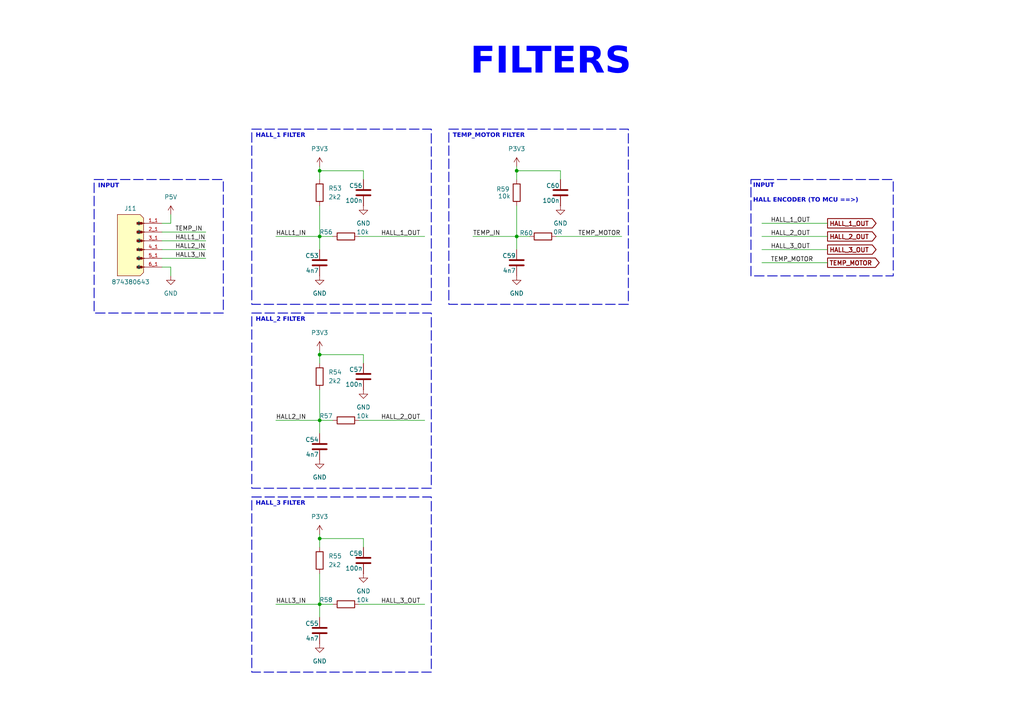
<source format=kicad_sch>
(kicad_sch (version 20250114) (generator "eeschema") (generator_version "9.0")
  (paper "A4")
  (title_block (title "PCB Mastery Project") (date "2026-01-27") (rev "01_1") (company "Integro Consulting AB") (comment 1 "00000001") (comment 2 "TBD") (comment 3 "TBD") (comment 4 "Josue Godinez"))
  (lib_symbols
    (symbol "Device:C" (pin_numbers (hide yes)) (pin_names (offset 0.254))
      (property "Reference" "C" (at 0.635 2.54 0))
      (property "Value" "C" (at 0.635 -2.54 0))
      (symbol "C_0_1"
        (polyline (pts (xy -2.032 0.762) (xy 2.032 0.762)) (stroke (width 0.508)))
        (polyline (pts (xy -2.032 -0.762) (xy 2.032 -0.762)) (stroke (width 0.508)))
      )
      (symbol "C_1_1"
        (pin passive line (at 0 3.81 270) (length 2.794) (name "~") (number "1"))
        (pin passive line (at 0 -3.81 90) (length 2.794) (name "~") (number "2"))
      )
    )
    (symbol "Device:R" (pin_numbers (hide yes)) (pin_names (offset 0))
      (property "Reference" "R" (at 2.032 0 90))
      (property "Value" "R" (at 0 0 90))
      (symbol "R_0_1"
        (rectangle (start -1.016 -2.54) (end 1.016 2.54) (stroke (width 0.254)))
      )
      (symbol "R_1_1"
        (pin passive line (at 0 3.81 270) (length 1.27) (name "~") (number "1"))
        (pin passive line (at 0 -3.81 90) (length 1.27) (name "~") (number "2"))
      )
    )
    (symbol "Molex_87438:874380643" (pin_names (offset 1.016))
      (property "Reference" "J" (at 0 3.81 0))
      (property "Value" "874380643" (at 0 -17.78 0))
      (symbol "874380643_0_0"
        (polyline (pts (xy 0 0) (xy 1.905 0)) (stroke (width 0.254)))
        (polyline (pts (xy 0 -2.54) (xy 1.905 -2.54)) (stroke (width 0.254)))
        (polyline (pts (xy 0 -5.08) (xy 1.905 -5.08)) (stroke (width 0.254)))
        (polyline (pts (xy 0 -7.62) (xy 1.905 -7.62)) (stroke (width 0.254)))
        (polyline (pts (xy 0 -10.16) (xy 1.905 -10.16)) (stroke (width 0.254)))
        (polyline (pts (xy 0 -12.7) (xy 1.905 -12.7)) (stroke (width 0.254)))
        (rectangle (start 0.635 -0.3175) (end 2.2225 0.3175) (stroke (width 0.1)) (fill (type outline)))
        (rectangle (start 0.635 -2.8575) (end 2.2225 -2.2225) (stroke (width 0.1)) (fill (type outline)))
        (rectangle (start 0.635 -5.3975) (end 2.2225 -4.7625) (stroke (width 0.1)) (fill (type outline)))
        (rectangle (start 0.635 -7.9375) (end 2.2225 -7.3025) (stroke (width 0.1)) (fill (type outline)))
        (rectangle (start 0.635 -10.4775) (end 2.2225 -9.8425) (stroke (width 0.1)) (fill (type outline)))
        (rectangle (start 0.635 -13.0175) (end 2.2225 -12.3825) (stroke (width 0.1)) (fill (type outline)))
        (pin passive line (at -5.08 0 0) (length 5.08) (name "1") (number "1_1"))
        (pin passive line (at -5.08 0 0) (length 5.08) (hide yes) (name "1") (number "1_2"))
        (pin passive line (at -5.08 -2.54 0) (length 5.08) (name "2") (number "2_1"))
        (pin passive line (at -5.08 -2.54 0) (length 5.08) (hide yes) (name "2") (number "2_2"))
        (pin passive line (at -5.08 -5.08 0) (length 5.08) (name "3") (number "3_1"))
        (pin passive line (at -5.08 -5.08 0) (length 5.08) (hide yes) (name "3") (number "3_2"))
        (pin passive line (at -5.08 -7.62 0) (length 5.08) (name "4") (number "4_1"))
        (pin passive line (at -5.08 -7.62 0) (length 5.08) (hide yes) (name "4") (number "4_2"))
        (pin passive line (at -5.08 -10.16 0) (length 5.08) (name "5") (number "5_1"))
        (pin passive line (at -5.08 -10.16 0) (length 5.08) (hide yes) (name "5") (number "5_2"))
        (pin passive line (at -5.08 -12.7 0) (length 5.08) (name "6") (number "6_1"))
        (pin passive line (at -5.08 -12.7 0) (length 5.08) (hide yes) (name "6") (number "6_2"))
      )
      (symbol "874380643_1_1"
        (polyline (pts (xy 7.874 2.54) (xy 1.27 2.54) (xy 0.254 1.524) (xy 0.254 -14.224) (xy 1.27 -15.24) (xy 7.874 -15.24) (xy 7.874 2.54)) (fill (type color) (color 255 255 194 1)))
      )
    )
    (symbol "power:+3.3V" (power) (pin_numbers (hide yes)) (pin_names (offset 0) (hide yes))
      (property "Value" "+3.3V" (at 0 3.556 0))
      (symbol "+3.3V_0_1"
        (polyline (pts (xy -0.762 1.27) (xy 0 2.54)))
        (polyline (pts (xy 0 2.54) (xy 0.762 1.27)))
        (polyline (pts (xy 0 0) (xy 0 2.54)))
      )
      (symbol "+3.3V_1_1"
        (pin power_in line (at 0 0 90) (length 0) (name "~") (number "1"))
      )
    )
    (symbol "power:GND" (power) (pin_numbers (hide yes)) (pin_names (offset 0) (hide yes))
      (property "Value" "GND" (at 0 -3.81 0))
      (symbol "GND_0_1"
        (polyline (pts (xy 0 0) (xy 0 -1.27) (xy 1.27 -1.27) (xy 0 -2.54) (xy -1.27 -1.27) (xy 0 -1.27)))
      )
      (symbol "GND_1_1"
        (pin power_in line (at 0 0 270) (length 0) (name "~") (number "1"))
      )
    )
  )
  (rectangle (start 73.025 37.465) (end 125.095 88.265) (stroke (width 0.254) (type dash)))
  (rectangle (start 27.305 52.07) (end 64.77 90.805) (stroke (width 0.254) (type dash)))
  (rectangle (start 217.805 52.07) (end 259.08 80.01) (stroke (width 0.254) (type dash)))
  (rectangle (start 130.175 37.465) (end 182.245 88.265) (stroke (width 0.254) (type dash)))
  (rectangle (start 73.025 90.805) (end 125.095 141.605) (stroke (width 0.254) (type dash)))
  (rectangle (start 73.025 144.145) (end 125.095 194.945) (stroke (width 0.254) (type dash)))
  (text "HALL_2 FILTER" (at 74.168 93.091 0) (effects (font (size 1.27 1.27) (thickness 0.254) (bold yes)) (justify left)))
  (text "TEMP_MOTOR FILTER" (at 131.318 39.751 0) (effects (font (size 1.27 1.27) (thickness 0.254) (bold yes)) (justify left)))
  (text "HALL_1 FILTER" (at 74.168 39.751 0) (effects (font (size 1.27 1.27) (thickness 0.254) (bold yes)) (justify left)))
  (text "INPUT\n\nHALL ENCODER (TO MCU ==>)" (at 218.44 56.388 0) (effects (font (size 1.27 1.27) (thickness 0.254) (bold yes)) (justify left)))
  (text "HALL_3 FILTER" (at 74.168 146.431 0) (effects (font (size 1.27 1.27) (thickness 0.254) (bold yes)) (justify left)))
  (text "FILTERS" (at 159.766 20.066 0) (effects (font (size 7.62 7.62) (thickness 0.254) (bold yes))))
  (text "INPUT" (at 28.448 54.356 0) (effects (font (size 1.27 1.27) (thickness 0.254) (bold yes)) (justify left)))
  (junction (at 149.86 49.53))
  (junction (at 92.71 175.26))
  (junction (at 92.71 102.87))
  (junction (at 92.71 121.92))
  (junction (at 92.71 156.21))
  (junction (at 92.71 49.53))
  (junction (at 149.86 68.58))
  (junction (at 92.71 68.58))
  (wire (pts (xy 92.71 175.26) (xy 96.52 175.26)))
  (wire (pts (xy 46.99 72.39) (xy 59.69 72.39)))
  (wire (pts (xy 220.98 64.77) (xy 240.03 64.77)))
  (wire (pts (xy 161.29 68.58) (xy 180.34 68.58)))
  (wire (pts (xy 80.01 121.92) (xy 92.71 121.92)))
  (wire (pts (xy 92.71 48.26) (xy 92.71 49.53)))
  (wire (pts (xy 220.98 76.2) (xy 240.03 76.2)))
  (wire (pts (xy 92.71 121.92) (xy 92.71 125.73)))
  (wire (pts (xy 104.14 68.58) (xy 123.19 68.58)))
  (wire (pts (xy 46.99 74.93) (xy 59.69 74.93)))
  (wire (pts (xy 46.99 67.31) (xy 59.69 67.31)))
  (wire (pts (xy 149.86 49.53) (xy 149.86 52.07)))
  (wire (pts (xy 92.71 102.87) (xy 92.71 105.41)))
  (wire (pts (xy 220.98 68.58) (xy 240.03 68.58)))
  (wire (pts (xy 105.41 105.41) (xy 105.41 102.87)))
  (wire (pts (xy 46.99 69.85) (xy 59.69 69.85)))
  (wire (pts (xy 92.71 49.53) (xy 92.71 52.07)))
  (wire (pts (xy 92.71 166.37) (xy 92.71 175.26)))
  (wire (pts (xy 105.41 52.07) (xy 105.41 49.53)))
  (wire (pts (xy 149.86 59.69) (xy 149.86 68.58)))
  (wire (pts (xy 80.01 68.58) (xy 92.71 68.58)))
  (wire (pts (xy 92.71 156.21) (xy 105.41 156.21)))
  (wire (pts (xy 49.53 62.23) (xy 49.53 64.77)))
  (wire (pts (xy 105.41 49.53) (xy 92.71 49.53)))
  (wire (pts (xy 92.71 59.69) (xy 92.71 68.58)))
  (wire (pts (xy 92.71 156.21) (xy 92.71 158.75)))
  (wire (pts (xy 149.86 48.26) (xy 149.86 49.53)))
  (wire (pts (xy 92.71 175.26) (xy 92.71 179.07)))
  (wire (pts (xy 92.71 68.58) (xy 92.71 72.39)))
  (wire (pts (xy 137.16 68.58) (xy 149.86 68.58)))
  (wire (pts (xy 92.71 102.87) (xy 105.41 102.87)))
  (wire (pts (xy 92.71 113.03) (xy 92.71 121.92)))
  (wire (pts (xy 92.71 121.92) (xy 96.52 121.92)))
  (wire (pts (xy 104.14 121.92) (xy 123.19 121.92)))
  (wire (pts (xy 49.53 80.01) (xy 49.53 77.47)))
  (wire (pts (xy 92.71 154.94) (xy 92.71 156.21)))
  (wire (pts (xy 49.53 64.77) (xy 46.99 64.77)))
  (wire (pts (xy 149.86 49.53) (xy 162.56 49.53)))
  (wire (pts (xy 149.86 68.58) (xy 149.86 72.39)))
  (wire (pts (xy 220.98 72.39) (xy 240.03 72.39)))
  (wire (pts (xy 105.41 158.75) (xy 105.41 156.21)))
  (wire (pts (xy 92.71 101.6) (xy 92.71 102.87)))
  (wire (pts (xy 162.56 52.07) (xy 162.56 49.53)))
  (wire (pts (xy 92.71 68.58) (xy 96.52 68.58)))
  (wire (pts (xy 49.53 77.47) (xy 46.99 77.47)))
  (wire (pts (xy 104.14 175.26) (xy 123.19 175.26)))
  (wire (pts (xy 80.01 175.26) (xy 92.71 175.26)))
  (wire (pts (xy 149.86 68.58) (xy 153.67 68.58)))
  (label "HALL2_IN" (at 80.01 121.92 0) (effects (font (thickness 0.1588))))
  (label "HALL3_IN" (at 80.01 175.26 0) (effects (font (thickness 0.1588))))
  (label "HALL_3_OUT" (at 223.52 72.39 0) (effects (font (thickness 0.1588))))
  (label "TEMP_IN" (at 137.16 68.58 0) (effects (font (thickness 0.1588))))
  (label "HALL_2_OUT" (at 223.52 68.58 0) (effects (font (thickness 0.1588))))
  (label "HALL_2_OUT" (at 110.49 121.92 0) (effects (font (thickness 0.1588))))
  (label "HALL1_IN" (at 80.01 68.58 0) (effects (font (thickness 0.1588))))
  (label "HALL1_IN" (at 50.8 69.85 0) (effects (font (thickness 0.1588))))
  (label "HALL_3_OUT" (at 110.49 175.26 0) (effects (font (thickness 0.1588))))
  (label "HALL_1_OUT" (at 223.52 64.77 0) (effects (font (thickness 0.1588))))
  (label "HALL3_IN" (at 50.8 74.93 0) (effects (font (thickness 0.1588))))
  (label "TEMP_MOTOR" (at 223.52 76.2 0) (effects (font (thickness 0.1588))))
  (label "HALL_1_OUT" (at 110.49 68.58 0) (effects (font (thickness 0.1588))))
  (label "TEMP_IN" (at 50.8 67.31 0) (effects (font (thickness 0.1588))))
  (label "TEMP_MOTOR" (at 167.64 68.58 0) (effects (font (thickness 0.1588))))
  (label "HALL2_IN" (at 50.8 72.39 0) (effects (font (thickness 0.1588))))
  (global_label "HALL_3_OUT" (shape output) (at 240.03 72.39 0) (effects (font (thickness 0.254) (bold yes))) (property "Intersheetrefs" "${INTERSHEET_REFS}" (effects (hide yes))))
  (global_label "HALL_1_OUT" (shape output) (at 240.03 64.77 0) (effects (font (thickness 0.254) (bold yes))) (property "Intersheetrefs" "${INTERSHEET_REFS}" (effects (hide yes))))
  (global_label "HALL_2_OUT" (shape output) (at 240.03 68.58 0) (effects (font (thickness 0.254) (bold yes))) (property "Intersheetrefs" "${INTERSHEET_REFS}" (effects (hide yes))))
  (global_label "TEMP_MOTOR" (shape output) (at 240.03 76.2 0) (effects (font (thickness 0.254) (bold yes))) (property "Intersheetrefs" "${INTERSHEET_REFS}" (effects (hide yes))))
  (symbol (lib_id "power:+3.3V") (at 92.71 48.26 0) (unit 1)
    (property "Reference" "#PWR090" (effects (hide yes)))
    (property "Value" "P3V3" (at 92.71 43.18 0))
    (property "Description" "Power symbol creates a global label with name \"+3.3V\"" (effects (hide yes)))
  )
  (symbol (lib_id "power:GND") (at 105.41 113.03 0) (unit 1)
    (property "Reference" "#PWR097" (effects (hide yes)))
    (property "Value" "GND" (at 105.41 118.11 0))
    (property "Description" "Power symbol creates a global label with name \"GND\" , ground" (effects (hide yes)))
  )
  (symbol (lib_id "power:GND") (at 49.53 80.01 0) (unit 1)
    (property "Reference" "#PWR089" (effects (hide yes)))
    (property "Value" "GND" (at 49.53 85.09 0))
    (property "Description" "Power symbol creates a global label with name \"GND\" , ground" (effects (hide yes)))
  )
  (symbol (lib_id "Device:R") (at 100.33 121.92 90) (unit 1)
    (property "Reference" "R57" (at 96.52 120.65 90) (effects (justify left)))
    (property "Value" "10k" (at 103.378 120.65 90) (effects (justify right)))
    (property "Footprint" "Resistor_SMD:R_0603_1608Metric" (effects (hide yes)))
    (property "Description" "Resistor" (effects (hide yes)))
    (property "Package" "0603" (effects (hide yes)))
    (property "Tolerance" "1%" (effects (hide yes)))
    (property "Power Rating" "1/10W" (effects (hide yes)))
  )
  (symbol (lib_id "power:GND") (at 105.41 166.37 0) (unit 1)
    (property "Reference" "#PWR098" (effects (hide yes)))
    (property "Value" "GND" (at 105.41 171.45 0))
    (property "Description" "Power symbol creates a global label with name \"GND\" , ground" (effects (hide yes)))
  )
  (symbol (lib_id "Device:R") (at 92.71 109.22 0) (unit 1)
    (property "Reference" "R54" (at 95.25 107.9499 0) (effects (justify left)))
    (property "Value" "2k2" (at 95.25 110.4899 0) (effects (justify left)))
    (property "Footprint" "Resistor_SMD:R_0603_1608Metric" (effects (hide yes)))
    (property "Description" "Resistor" (effects (hide yes)))
    (property "Package" "0603" (effects (hide yes)))
    (property "Tolerance" "1%" (effects (hide yes)))
    (property "Power Rating" "1/10W" (effects (hide yes)))
  )
  (symbol (lib_id "power:GND") (at 92.71 80.01 0) (unit 1)
    (property "Reference" "#PWR091" (effects (hide yes)))
    (property "Value" "GND" (at 92.71 85.09 0))
    (property "Description" "Power symbol creates a global label with name \"GND\" , ground" (effects (hide yes)))
  )
  (symbol (lib_id "power:+3.3V") (at 92.71 101.6 0) (unit 1)
    (property "Reference" "#PWR092" (effects (hide yes)))
    (property "Value" "P3V3" (at 92.71 96.52 0))
    (property "Description" "Power symbol creates a global label with name \"+3.3V\"" (effects (hide yes)))
  )
  (symbol (lib_id "Device:C") (at 92.71 182.88 0) (mirror y) (unit 1)
    (property "Reference" "C55" (at 92.456 180.848 0) (effects (justify left)))
    (property "Value" "4n7" (at 92.456 185.166 0) (effects (justify left)))
    (property "Footprint" "Capacitor_SMD:C_0603_1608Metric" (effects (hide yes)))
    (property "Description" "Unpolarized capacitor" (effects (hide yes)))
    (property "Package" "0603" (effects (hide yes)))
    (property "Voltage Rating" "50V" (effects (hide yes)))
    (property "Temp Coeff" "X7R" (effects (hide yes)))
    (property "Tolerance" "10%" (effects (hide yes)))
  )
  (symbol (lib_id "Device:R") (at 92.71 55.88 0) (unit 1)
    (property "Reference" "R53" (at 95.25 54.6099 0) (effects (justify left)))
    (property "Value" "2k2" (at 95.25 57.1499 0) (effects (justify left)))
    (property "Footprint" "Resistor_SMD:R_0603_1608Metric" (effects (hide yes)))
    (property "Description" "Resistor" (effects (hide yes)))
    (property "Package" "0603" (effects (hide yes)))
    (property "Tolerance" "1%" (effects (hide yes)))
    (property "Power Rating" "1/10W" (effects (hide yes)))
  )
  (symbol (lib_id "Device:C") (at 162.56 55.88 0) (mirror y) (unit 1)
    (property "Reference" "C60" (at 162.306 53.848 0) (effects (justify left)))
    (property "Value" "100n" (at 162.306 58.166 0) (effects (justify left)))
    (property "Footprint" "Capacitor_SMD:C_0603_1608Metric" (effects (hide yes)))
    (property "Description" "Unpolarized capacitor" (effects (hide yes)))
    (property "Package" "0603" (effects (hide yes)))
    (property "Voltage Rating" "10V" (effects (hide yes)))
    (property "Temp Coeff" "X7R" (effects (hide yes)))
    (property "Tolerance" "10%" (effects (hide yes)))
  )
  (symbol (lib_id "Device:R") (at 92.71 162.56 0) (unit 1)
    (property "Reference" "R55" (at 95.25 161.2899 0) (effects (justify left)))
    (property "Value" "2k2" (at 95.25 163.8299 0) (effects (justify left)))
    (property "Footprint" "Resistor_SMD:R_0603_1608Metric" (effects (hide yes)))
    (property "Description" "Resistor" (effects (hide yes)))
    (property "Package" "0603" (effects (hide yes)))
    (property "Tolerance" "1%" (effects (hide yes)))
    (property "Power Rating" "1/10W" (effects (hide yes)))
  )
  (symbol (lib_id "Device:C") (at 105.41 109.22 0) (mirror y) (unit 1)
    (property "Reference" "C57" (at 105.156 107.188 0) (effects (justify left)))
    (property "Value" "100n" (at 105.156 111.506 0) (effects (justify left)))
    (property "Footprint" "Capacitor_SMD:C_0603_1608Metric" (effects (hide yes)))
    (property "Description" "Unpolarized capacitor" (effects (hide yes)))
    (property "Package" "0603" (effects (hide yes)))
    (property "Voltage Rating" "10V" (effects (hide yes)))
    (property "Temp Coeff" "X7R" (effects (hide yes)))
    (property "Tolerance" "10%" (effects (hide yes)))
  )
  (symbol (lib_id "power:+3.3V") (at 92.71 154.94 0) (unit 1)
    (property "Reference" "#PWR094" (effects (hide yes)))
    (property "Value" "P3V3" (at 92.71 149.86 0))
    (property "Description" "Power symbol creates a global label with name \"+3.3V\"" (effects (hide yes)))
  )
  (symbol (lib_id "Molex_87438:874380643") (at 41.91 64.77 0) (mirror y) (unit 1)
    (property "Reference" "J11" (at 39.624 60.452 0) (effects (justify left)))
    (property "Value" "874380643" (at 43.434 81.788 0) (effects (justify left)))
    (property "Footprint" "874380843:MOLEX_874380643" (effects (hide yes)))
    (property "Description" "Conn Shrouded Header HDR 6 POS 1.5mm Solder RA Side Entry SMD Pico-SPOX™ T/R" (effects (hide yes)))
    (property "Manufacturer" "Molex" (effects (hide yes)))
    (property "MAXIMUM_PACKAGE_HEIGHT" "4.45 mm" (effects (hide yes)))
    (property "Package" "SMT" (effects (hide yes)))
    (property "MPN" "874380843" (effects (hide yes)))
  )
  (symbol (lib_id "power:GND") (at 105.41 59.69 0) (unit 1)
    (property "Reference" "#PWR096" (effects (hide yes)))
    (property "Value" "GND" (at 105.41 64.77 0))
    (property "Description" "Power symbol creates a global label with name \"GND\" , ground" (effects (hide yes)))
  )
  (symbol (lib_id "Device:R") (at 100.33 68.58 90) (unit 1)
    (property "Reference" "R56" (at 96.52 67.31 90) (effects (justify left)))
    (property "Value" "10k" (at 103.378 67.31 90) (effects (justify right)))
    (property "Footprint" "Resistor_SMD:R_0603_1608Metric" (effects (hide yes)))
    (property "Description" "Resistor" (effects (hide yes)))
    (property "Package" "0603" (effects (hide yes)))
    (property "Tolerance" "1%" (effects (hide yes)))
    (property "Power Rating" "1/10W" (effects (hide yes)))
  )
  (symbol (lib_id "Device:C") (at 105.41 55.88 0) (mirror y) (unit 1)
    (property "Reference" "C56" (at 105.156 53.848 0) (effects (justify left)))
    (property "Value" "100n" (at 105.156 58.166 0) (effects (justify left)))
    (property "Footprint" "Capacitor_SMD:C_0603_1608Metric" (effects (hide yes)))
    (property "Description" "Unpolarized capacitor" (effects (hide yes)))
    (property "Package" "0603" (effects (hide yes)))
    (property "Voltage Rating" "10V" (effects (hide yes)))
    (property "Temp Coeff" "X7R" (effects (hide yes)))
    (property "Tolerance" "10%" (effects (hide yes)))
  )
  (symbol (lib_id "power:GND") (at 92.71 186.69 0) (unit 1)
    (property "Reference" "#PWR095" (effects (hide yes)))
    (property "Value" "GND" (at 92.71 191.77 0))
    (property "Description" "Power symbol creates a global label with name \"GND\" , ground" (effects (hide yes)))
  )
  (symbol (lib_id "Device:C") (at 92.71 129.54 0) (mirror y) (unit 1)
    (property "Reference" "C54" (at 92.456 127.508 0) (effects (justify left)))
    (property "Value" "4n7" (at 92.456 131.826 0) (effects (justify left)))
    (property "Footprint" "Capacitor_SMD:C_0603_1608Metric" (effects (hide yes)))
    (property "Description" "Unpolarized capacitor" (effects (hide yes)))
    (property "Package" "0603" (effects (hide yes)))
    (property "Voltage Rating" "50V" (effects (hide yes)))
    (property "Temp Coeff" "X7R" (effects (hide yes)))
    (property "Tolerance" "10%" (effects (hide yes)))
  )
  (symbol (lib_id "power:GND") (at 92.71 133.35 0) (unit 1)
    (property "Reference" "#PWR093" (effects (hide yes)))
    (property "Value" "GND" (at 92.71 138.43 0))
    (property "Description" "Power symbol creates a global label with name \"GND\" , ground" (effects (hide yes)))
  )
  (symbol (lib_id "Device:R") (at 157.48 68.58 90) (unit 1)
    (property "Reference" "R60" (at 152.654 67.564 90))
    (property "Value" "0R" (at 161.798 67.31 90))
    (property "Footprint" "Resistor_SMD:R_0603_1608Metric" (effects (hide yes)))
    (property "Description" "Resistor" (effects (hide yes)))
    (property "Package" "0603" (effects (hide yes)))
    (property "Tolerance" "1%" (effects (hide yes)))
    (property "Power Rating" "1/10W" (effects (hide yes)))
  )
  (symbol (lib_id "power:GND") (at 162.56 59.69 0) (unit 1)
    (property "Reference" "#PWR0101" (effects (hide yes)))
    (property "Value" "GND" (at 162.56 64.77 0))
    (property "Description" "Power symbol creates a global label with name \"GND\" , ground" (effects (hide yes)))
  )
  (symbol (lib_id "Device:R") (at 100.33 175.26 90) (unit 1)
    (property "Reference" "R58" (at 96.52 173.99 90) (effects (justify left)))
    (property "Value" "10k" (at 103.378 173.99 90) (effects (justify right)))
    (property "Footprint" "Resistor_SMD:R_0603_1608Metric" (effects (hide yes)))
    (property "Description" "Resistor" (effects (hide yes)))
    (property "Package" "0603" (effects (hide yes)))
    (property "Tolerance" "1%" (effects (hide yes)))
    (property "Power Rating" "1/10W" (effects (hide yes)))
  )
  (symbol (lib_id "power:+3.3V") (at 149.86 48.26 0) (unit 1)
    (property "Reference" "#PWR099" (effects (hide yes)))
    (property "Value" "P3V3" (at 149.86 43.18 0))
    (property "Description" "Power symbol creates a global label with name \"+3.3V\"" (effects (hide yes)))
  )
  (symbol (lib_id "Device:C") (at 105.41 162.56 0) (mirror y) (unit 1)
    (property "Reference" "C58" (at 105.156 160.528 0) (effects (justify left)))
    (property "Value" "100n" (at 105.156 164.846 0) (effects (justify left)))
    (property "Footprint" "Capacitor_SMD:C_0603_1608Metric" (effects (hide yes)))
    (property "Description" "Unpolarized capacitor" (effects (hide yes)))
    (property "Package" "0603" (effects (hide yes)))
    (property "Voltage Rating" "10V" (effects (hide yes)))
    (property "Temp Coeff" "X7R" (effects (hide yes)))
    (property "Tolerance" "10%" (effects (hide yes)))
  )
  (symbol (lib_id "Device:C") (at 149.86 76.2 0) (mirror y) (unit 1)
    (property "Reference" "C59" (at 149.606 74.168 0) (effects (justify left)))
    (property "Value" "4n7" (at 149.606 78.486 0) (effects (justify left)))
    (property "Footprint" "Capacitor_SMD:C_0603_1608Metric" (effects (hide yes)))
    (property "Description" "Unpolarized capacitor" (effects (hide yes)))
    (property "Package" "0603" (effects (hide yes)))
    (property "Voltage Rating" "50V" (effects (hide yes)))
    (property "Temp Coeff" "X7R" (effects (hide yes)))
    (property "Tolerance" "10%" (effects (hide yes)))
  )
  (symbol (lib_id "power:+3.3V") (at 49.53 62.23 0) (unit 1)
    (property "Reference" "#PWR088" (effects (hide yes)))
    (property "Value" "P5V" (at 49.53 57.15 0))
    (property "Description" "Power symbol creates a global label with name \"+3.3V\"" (effects (hide yes)))
  )
  (symbol (lib_id "Device:R") (at 149.86 55.88 180) (unit 1)
    (property "Reference" "R59" (at 147.828 54.864 0) (effects (justify left)))
    (property "Value" "10k" (at 148.082 56.896 0) (effects (justify left)))
    (property "Footprint" "Resistor_SMD:R_0603_1608Metric" (effects (hide yes)))
    (property "Description" "Resistor" (effects (hide yes)))
    (property "Package" "0603" (effects (hide yes)))
    (property "Tolerance" "1%" (effects (hide yes)))
    (property "Power Rating" "1/10W" (effects (hide yes)))
  )
  (symbol (lib_id "Device:C") (at 92.71 76.2 0) (mirror y) (unit 1)
    (property "Reference" "C53" (at 92.456 74.168 0) (effects (justify left)))
    (property "Value" "4n7" (at 92.456 78.486 0) (effects (justify left)))
    (property "Footprint" "Capacitor_SMD:C_0603_1608Metric" (effects (hide yes)))
    (property "Description" "Unpolarized capacitor" (effects (hide yes)))
    (property "Package" "0603" (effects (hide yes)))
    (property "Voltage Rating" "50V" (effects (hide yes)))
    (property "Temp Coeff" "X7R" (effects (hide yes)))
    (property "Tolerance" "10%" (effects (hide yes)))
  )
  (symbol (lib_id "power:GND") (at 149.86 80.01 0) (unit 1)
    (property "Reference" "#PWR0100" (effects (hide yes)))
    (property "Value" "GND" (at 149.86 85.09 0))
    (property "Description" "Power symbol creates a global label with name \"GND\" , ground" (effects (hide yes)))
  )
)
</source>
